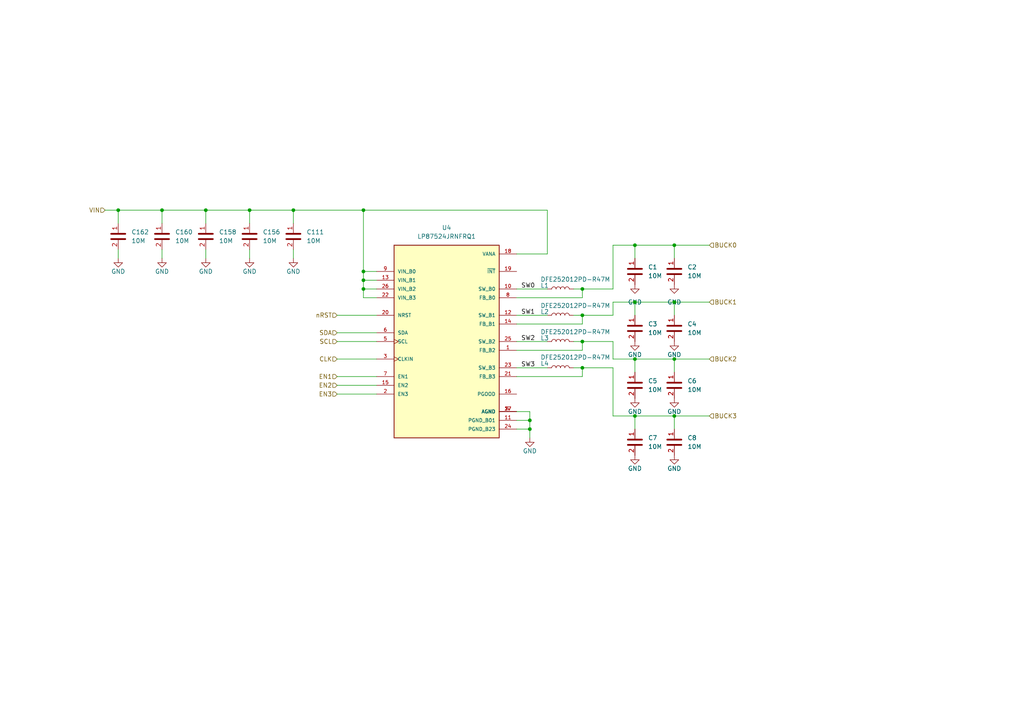
<source format=kicad_sch>
(kicad_sch (version 20250114) (generator "eeschema") (generator_version "9.0")
  (paper "A4")
  (title_block (title "TRNX SDR Carrier board") (date "2025-11-18") (rev "0.1") (company "Tronex s.r.o. / Tronex Group USA LLC"))
  (lib_symbols
    (symbol "LP87524:LP87524JRNFRQ1" (pin_names (offset 1.016))
      (property "Reference" "U" (at -15.24 29.21 0))
      (property "Value" "LP87524JRNFRQ1" (at 7.874 -29.972 0))
      (symbol "LP87524JRNFRQ1_0_0"
        (rectangle (start -15.24 -27.94) (end 15.24 27.94) (stroke (width 0.254)) (fill (type background)))
        (pin input line (at -20.32 20.32 0) (length 5.08) (name "VIN_B0") (number "9"))
        (pin input line (at -20.32 17.78 0) (length 5.08) (name "VIN_B1") (number "13"))
        (pin input line (at -20.32 15.24 0) (length 5.08) (name "VIN_B2") (number "26"))
        (pin input line (at -20.32 12.7 0) (length 5.08) (name "VIN_B3") (number "22"))
        (pin input line (at -20.32 7.62 0) (length 5.08) (name "NRST") (number "20"))
        (pin bidirectional line (at -20.32 2.54 0) (length 5.08) (name "SDA") (number "6"))
        (pin input clock (at -20.32 0 0) (length 5.08) (name "SCL") (number "5"))
        (pin input clock (at -20.32 -5.08 0) (length 5.08) (name "CLKIN") (number "3"))
        (pin input line (at -20.32 -10.16 0) (length 5.08) (name "EN1") (number "7"))
        (pin input line (at -20.32 -12.7 0) (length 5.08) (name "EN2") (number "15"))
        (pin input line (at -20.32 -15.24 0) (length 5.08) (name "EN3") (number "2"))
        (pin power_in line (at 20.32 25.4 180) (length 5.08) (name "VANA") (number "18"))
        (pin output line (at 20.32 20.32 180) (length 5.08) (name "~{INT}") (number "19"))
        (pin output line (at 20.32 15.24 180) (length 5.08) (name "SW_B0") (number "10"))
        (pin input line (at 20.32 12.7 180) (length 5.08) (name "FB_B0") (number "8"))
        (pin output line (at 20.32 7.62 180) (length 5.08) (name "SW_B1") (number "12"))
        (pin input line (at 20.32 5.08 180) (length 5.08) (name "FB_B1") (number "14"))
        (pin output line (at 20.32 0 180) (length 5.08) (name "SW_B2") (number "25"))
        (pin input line (at 20.32 -2.54 180) (length 5.08) (name "FB_B2") (number "1"))
        (pin output line (at 20.32 -7.62 180) (length 5.08) (name "SW_B3") (number "23"))
        (pin input line (at 20.32 -10.16 180) (length 5.08) (name "FB_B3") (number "21"))
        (pin output line (at 20.32 -15.24 180) (length 5.08) (name "PGOOD") (number "16"))
        (pin power_in line (at 20.32 -20.32 180) (length 5.08) (name "AGND") (number "17"))
        (pin power_in line (at 20.32 -20.32 180) (length 5.08) (name "AGND") (number "27"))
        (pin power_in line (at 20.32 -20.32 180) (length 5.08) (name "AGND") (number "4"))
        (pin power_in line (at 20.32 -22.86 180) (length 5.08) (name "PGND_B01") (number "11"))
        (pin power_in line (at 20.32 -25.4 180) (length 5.08) (name "PGND_B23") (number "24"))
      )
    )
    (symbol "PPA-Pasive:Cap" (pin_names (offset 1.016))
      (property "Reference" "C" (at -5.08 0 0))
      (property "Value" "Cap" (at 5.08 -2.54 0))
      (symbol "Cap_1_1"
        (polyline (pts (xy -2.032 0.762) (xy 2.032 0.762)) (stroke (width 0.508)))
        (polyline (pts (xy -2.032 -0.762) (xy 2.032 -0.762)) (stroke (width 0.508)))
        (pin passive line (at 0 3.81 270) (length 2.794) (name "~") (number "1"))
        (pin passive line (at 0 -3.81 90) (length 2.794) (name "~") (number "2"))
      )
    )
    (symbol "PPA-Pasive:Ind" (pin_numbers (hide yes)) (pin_names (offset 1.016) (hide yes))
      (property "Reference" "L" (at 2.54 1.27 0))
      (property "Value" "Ind" (at 3.81 -1.27 0))
      (symbol "Ind_1_1"
        (arc (start 0 2.54) (mid 0.6323 1.905) (end 0 1.27))
        (arc (start 0 1.27) (mid 0.6323 0.635) (end 0 0))
        (arc (start 0 0) (mid 0.6323 -0.635) (end 0 -1.27))
        (arc (start 0 -1.27) (mid 0.6323 -1.905) (end 0 -2.54))
        (pin passive line (at 0 3.81 270) (length 1.27) (name "1") (number "1"))
        (pin passive line (at 0 -3.81 90) (length 1.27) (name "2") (number "2"))
      )
    )
    (symbol "power:GND" (power) (pin_names (offset 0))
      (property "Value" "GND" (at 0 -3.81 0))
      (symbol "GND_0_1"
        (polyline (pts (xy 0 0) (xy 0 -1.27) (xy 1.27 -1.27) (xy 0 -2.54) (xy -1.27 -1.27) (xy 0 -1.27)))
      )
      (symbol "GND_1_1"
        (pin power_in line (at 0 0 270) (length 0) (hide yes) (name "GND") (number "1"))
      )
    )
  )
  (junction (at 105.41 83.82))
  (junction (at 184.15 120.65))
  (junction (at 34.29 60.96))
  (junction (at 168.91 83.82))
  (junction (at 195.58 104.14))
  (junction (at 105.41 60.96))
  (junction (at 184.15 71.12))
  (junction (at 46.99 60.96))
  (junction (at 195.58 120.65))
  (junction (at 195.58 87.63))
  (junction (at 168.91 99.06))
  (junction (at 105.41 78.74))
  (junction (at 168.91 106.68))
  (junction (at 195.58 71.12))
  (junction (at 105.41 81.28))
  (junction (at 85.09 60.96))
  (junction (at 184.15 104.14))
  (junction (at 153.67 121.92))
  (junction (at 59.69 60.96))
  (junction (at 168.91 91.44))
  (junction (at 153.67 124.46))
  (junction (at 184.15 87.63))
  (junction (at 72.39 60.96))
  (wire (pts (xy 195.58 87.63) (xy 195.58 91.44)))
  (wire (pts (xy 184.15 104.14) (xy 195.58 104.14)))
  (wire (pts (xy 177.8 87.63) (xy 184.15 87.63)))
  (wire (pts (xy 105.41 60.96) (xy 105.41 78.74)))
  (wire (pts (xy 46.99 60.96) (xy 46.99 64.77)))
  (wire (pts (xy 177.8 99.06) (xy 177.8 104.14)))
  (wire (pts (xy 168.91 91.44) (xy 177.8 91.44)))
  (wire (pts (xy 195.58 71.12) (xy 195.58 74.93)))
  (wire (pts (xy 168.91 99.06) (xy 177.8 99.06)))
  (wire (pts (xy 34.29 60.96) (xy 34.29 64.77)))
  (wire (pts (xy 184.15 120.65) (xy 195.58 120.65)))
  (wire (pts (xy 46.99 60.96) (xy 59.69 60.96)))
  (wire (pts (xy 195.58 71.12) (xy 205.74 71.12)))
  (wire (pts (xy 153.67 124.46) (xy 153.67 121.92)))
  (wire (pts (xy 97.79 111.76) (xy 109.22 111.76)))
  (wire (pts (xy 168.91 86.36) (xy 149.86 86.36)))
  (wire (pts (xy 97.79 114.3) (xy 109.22 114.3)))
  (wire (pts (xy 34.29 72.39) (xy 34.29 74.93)))
  (wire (pts (xy 168.91 83.82) (xy 168.91 86.36)))
  (wire (pts (xy 85.09 60.96) (xy 85.09 64.77)))
  (wire (pts (xy 166.37 83.82) (xy 168.91 83.82)))
  (wire (pts (xy 195.58 87.63) (xy 205.74 87.63)))
  (wire (pts (xy 177.8 83.82) (xy 177.8 71.12)))
  (wire (pts (xy 105.41 83.82) (xy 105.41 86.36)))
  (wire (pts (xy 149.86 91.44) (xy 158.75 91.44)))
  (wire (pts (xy 153.67 127) (xy 153.67 124.46)))
  (wire (pts (xy 168.91 91.44) (xy 168.91 93.98)))
  (wire (pts (xy 149.86 109.22) (xy 168.91 109.22)))
  (wire (pts (xy 59.69 60.96) (xy 59.69 64.77)))
  (wire (pts (xy 195.58 104.14) (xy 205.74 104.14)))
  (wire (pts (xy 34.29 60.96) (xy 46.99 60.96)))
  (wire (pts (xy 177.8 71.12) (xy 184.15 71.12)))
  (wire (pts (xy 168.91 106.68) (xy 177.8 106.68)))
  (wire (pts (xy 59.69 72.39) (xy 59.69 74.93)))
  (wire (pts (xy 97.79 104.14) (xy 109.22 104.14)))
  (wire (pts (xy 105.41 78.74) (xy 105.41 81.28)))
  (wire (pts (xy 97.79 96.52) (xy 109.22 96.52)))
  (wire (pts (xy 149.86 73.66) (xy 158.75 73.66)))
  (wire (pts (xy 149.86 106.68) (xy 158.75 106.68)))
  (wire (pts (xy 72.39 72.39) (xy 72.39 74.93)))
  (wire (pts (xy 177.8 106.68) (xy 177.8 120.65)))
  (wire (pts (xy 195.58 104.14) (xy 195.58 107.95)))
  (wire (pts (xy 105.41 86.36) (xy 109.22 86.36)))
  (wire (pts (xy 46.99 72.39) (xy 46.99 74.93)))
  (wire (pts (xy 177.8 91.44) (xy 177.8 87.63)))
  (wire (pts (xy 166.37 99.06) (xy 168.91 99.06)))
  (wire (pts (xy 105.41 83.82) (xy 109.22 83.82)))
  (wire (pts (xy 97.79 99.06) (xy 109.22 99.06)))
  (wire (pts (xy 166.37 91.44) (xy 168.91 91.44)))
  (wire (pts (xy 149.86 83.82) (xy 158.75 83.82)))
  (wire (pts (xy 85.09 72.39) (xy 85.09 74.93)))
  (wire (pts (xy 105.41 81.28) (xy 109.22 81.28)))
  (wire (pts (xy 59.69 60.96) (xy 72.39 60.96)))
  (wire (pts (xy 184.15 87.63) (xy 184.15 91.44)))
  (wire (pts (xy 153.67 121.92) (xy 153.67 119.38)))
  (wire (pts (xy 177.8 120.65) (xy 184.15 120.65)))
  (wire (pts (xy 168.91 106.68) (xy 166.37 106.68)))
  (wire (pts (xy 97.79 109.22) (xy 109.22 109.22)))
  (wire (pts (xy 158.75 73.66) (xy 158.75 60.96)))
  (wire (pts (xy 168.91 83.82) (xy 177.8 83.82)))
  (wire (pts (xy 168.91 99.06) (xy 168.91 101.6)))
  (wire (pts (xy 184.15 120.65) (xy 184.15 124.46)))
  (wire (pts (xy 72.39 60.96) (xy 72.39 64.77)))
  (wire (pts (xy 149.86 99.06) (xy 158.75 99.06)))
  (wire (pts (xy 177.8 104.14) (xy 184.15 104.14)))
  (wire (pts (xy 149.86 121.92) (xy 153.67 121.92)))
  (wire (pts (xy 85.09 60.96) (xy 105.41 60.96)))
  (wire (pts (xy 105.41 81.28) (xy 105.41 83.82)))
  (wire (pts (xy 153.67 119.38) (xy 149.86 119.38)))
  (wire (pts (xy 195.58 120.65) (xy 195.58 124.46)))
  (wire (pts (xy 168.91 101.6) (xy 149.86 101.6)))
  (wire (pts (xy 149.86 124.46) (xy 153.67 124.46)))
  (wire (pts (xy 195.58 120.65) (xy 205.74 120.65)))
  (wire (pts (xy 30.48 60.96) (xy 34.29 60.96)))
  (wire (pts (xy 168.91 109.22) (xy 168.91 106.68)))
  (wire (pts (xy 72.39 60.96) (xy 85.09 60.96)))
  (wire (pts (xy 184.15 71.12) (xy 195.58 71.12)))
  (wire (pts (xy 97.79 91.44) (xy 109.22 91.44)))
  (wire (pts (xy 158.75 60.96) (xy 105.41 60.96)))
  (wire (pts (xy 105.41 78.74) (xy 109.22 78.74)))
  (wire (pts (xy 184.15 87.63) (xy 195.58 87.63)))
  (wire (pts (xy 184.15 71.12) (xy 184.15 74.93)))
  (wire (pts (xy 168.91 93.98) (xy 149.86 93.98)))
  (wire (pts (xy 184.15 104.14) (xy 184.15 107.95)))
  (label "SW0" (at 151.13 83.82 0))
  (label "SW2" (at 151.13 99.06 0))
  (label "SW1" (at 151.13 91.44 0))
  (label "SW3" (at 151.13 106.68 0))
  (hierarchical_label "SCL" (shape input) (at 97.79 99.06 180))
  (hierarchical_label "EN2" (shape input) (at 97.79 111.76 180))
  (hierarchical_label "nRST" (shape input) (at 97.79 91.44 180))
  (hierarchical_label "BUCK2" (shape input) (at 205.74 104.14 0))
  (hierarchical_label "EN3" (shape input) (at 97.79 114.3 180))
  (hierarchical_label "VIN" (shape input) (at 30.48 60.96 180))
  (hierarchical_label "BUCK0" (shape input) (at 205.74 71.12 0))
  (hierarchical_label "BUCK3" (shape input) (at 205.74 120.65 0))
  (hierarchical_label "BUCK1" (shape input) (at 205.74 87.63 0))
  (hierarchical_label "CLK" (shape input) (at 97.79 104.14 180))
  (hierarchical_label "EN1" (shape input) (at 97.79 109.22 180))
  (hierarchical_label "SDA" (shape input) (at 97.79 96.52 180))
  (symbol (lib_id "PPA-Pasive:Cap") (at 46.99 68.58 0) (unit 1)
    (property "Reference" "C160" (at 50.8 67.3099 0) (effects (justify left)))
    (property "Value" "10M" (at 50.8 69.8499 0) (effects (justify left)))
    (property "Footprint" "Capacitor_SMD:C_0603_1608Metric" (effects (hide yes)))
    (property "Description" "capacitor" (effects (hide yes)))
    (property "Voltage" "100V" (effects (hide yes)))
    (property "Material" "X7R" (effects (hide yes)))
    (property "JLCPCB Part #" "C96446" (effects (hide yes)))
    (instances (project "TRX055.01.01.PB.00.00" (path "" (reference "C160") (unit 1)) (path "" (reference "C161") (unit 1))))
  )
  (symbol (lib_id "PPA-Pasive:Cap") (at 34.29 68.58 0) (unit 1)
    (property "Reference" "C162" (at 38.1 67.3099 0) (effects (justify left)))
    (property "Value" "10M" (at 38.1 69.8499 0) (effects (justify left)))
    (property "Footprint" "Capacitor_SMD:C_0603_1608Metric" (effects (hide yes)))
    (property "Description" "capacitor" (effects (hide yes)))
    (property "Voltage" "100V" (effects (hide yes)))
    (property "Material" "X7R" (effects (hide yes)))
    (property "JLCPCB Part #" "C96446" (effects (hide yes)))
    (instances (project "TRX055.01.01.PB.00.00" (path "" (reference "C162") (unit 1)) (path "" (reference "C163") (unit 1))))
  )
  (symbol (lib_id "PPA-Pasive:Cap") (at 85.09 68.58 0) (unit 1)
    (property "Reference" "C111" (at 88.9 67.3099 0) (effects (justify left)))
    (property "Value" "10M" (at 88.9 69.8499 0) (effects (justify left)))
    (property "Footprint" "Capacitor_SMD:C_0603_1608Metric" (effects (hide yes)))
    (property "Description" "capacitor" (effects (hide yes)))
    (property "Voltage" "100V" (effects (hide yes)))
    (property "Material" "X7R" (effects (hide yes)))
    (property "JLCPCB Part #" "C96446" (effects (hide yes)))
    (instances (project "TRX055.01.01.PB.00.00" (path "" (reference "C111") (unit 1)) (path "" (reference "C155") (unit 1))))
  )
  (symbol (lib_id "PPA-Pasive:Cap") (at 195.58 78.74 0) (unit 1)
    (property "Reference" "C2" (at 199.39 77.4699 0) (effects (justify left)))
    (property "Value" "10M" (at 199.39 80.0099 0) (effects (justify left)))
    (property "Footprint" "Capacitor_SMD:C_0603_1608Metric" (effects (hide yes)))
    (property "Description" "capacitor" (effects (hide yes)))
    (property "Voltage" "100V" (effects (hide yes)))
    (property "Material" "X7R" (effects (hide yes)))
    (property "JLCPCB Part #" "C96446" (effects (hide yes)))
    (instances (project "TRX055.01.01.PB.00.00" (path "" (reference "C2") (unit 1)) (path "" (reference "C21") (unit 1))))
  )
  (symbol (lib_id "power:GND") (at 59.69 74.93 0) (unit 1)
    (property "Reference" "#PWR0129" (effects (hide yes)))
    (property "Value" "GND" (at 59.69 78.74 0))
    (property "Description" "Power symbol creates a global label with name \"GND\" , ground" (effects (hide yes)))
    (instances (project "TRX055.01.01.PB.00.00" (path "" (reference "#PWR0129") (unit 1)) (path "" (reference "#PWR0131") (unit 1))))
  )
  (symbol (lib_id "power:GND") (at 184.15 99.06 0) (unit 1)
    (property "Reference" "#PWR026" (effects (hide yes)))
    (property "Value" "GND" (at 184.15 102.87 0))
    (property "Description" "Power symbol creates a global label with name \"GND\" , ground" (effects (hide yes)))
    (instances (project "TRX055.01.01.PB.00.00" (path "" (reference "#PWR026") (unit 1)) (path "" (reference "#PWR027") (unit 1))))
  )
  (symbol (lib_id "PPA-Pasive:Cap") (at 184.15 111.76 0) (unit 1)
    (property "Reference" "C5" (at 187.96 110.4899 0) (effects (justify left)))
    (property "Value" "10M" (at 187.96 113.0299 0) (effects (justify left)))
    (property "Footprint" "Capacitor_SMD:C_0603_1608Metric" (effects (hide yes)))
    (property "Description" "capacitor" (effects (hide yes)))
    (property "Voltage" "100V" (effects (hide yes)))
    (property "Material" "X7R" (effects (hide yes)))
    (property "JLCPCB Part #" "C96446" (effects (hide yes)))
    (instances (project "TRX055.01.01.PB.00.00" (path "" (reference "C5") (unit 1)) (path "" (reference "C19") (unit 1))))
  )
  (symbol (lib_id "power:GND") (at 153.67 127 0) (unit 1)
    (property "Reference" "#PWR036" (effects (hide yes)))
    (property "Value" "GND" (at 153.67 130.81 0))
    (property "Description" "Power symbol creates a global label with name \"GND\" , ground" (effects (hide yes)))
    (instances (project "TRX055.01.01.PB.00.00" (path "" (reference "#PWR036") (unit 1)) (path "" (reference "#PWR037") (unit 1))))
  )
  (symbol (lib_id "power:GND") (at 184.15 82.55 0) (unit 1)
    (property "Reference" "#PWR018" (effects (hide yes)))
    (property "Value" "GND" (at 184.15 87.63 0))
    (property "Description" "Power symbol creates a global label with name \"GND\" , ground" (effects (hide yes)))
    (instances (project "TRX055.01.01.PB.00.00" (path "" (reference "#PWR018") (unit 1)) (path "" (reference "#PWR019") (unit 1))))
  )
  (symbol (lib_id "power:GND") (at 85.09 74.93 0) (unit 1)
    (property "Reference" "#PWR0219" (effects (hide yes)))
    (property "Value" "GND" (at 85.09 78.74 0))
    (property "Description" "Power symbol creates a global label with name \"GND\" , ground" (effects (hide yes)))
    (instances (project "TRX055.01.01.PB.00.00" (path "" (reference "#PWR0219") (unit 1)) (path "" (reference "#PWR0220") (unit 1))))
  )
  (symbol (lib_id "power:GND") (at 195.58 99.06 0) (unit 1)
    (property "Reference" "#PWR028" (effects (hide yes)))
    (property "Value" "GND" (at 195.58 102.87 0))
    (property "Description" "Power symbol creates a global label with name \"GND\" , ground" (effects (hide yes)))
    (instances (project "TRX055.01.01.PB.00.00" (path "" (reference "#PWR028") (unit 1)) (path "" (reference "#PWR029") (unit 1))))
  )
  (symbol (lib_id "LP87524:LP87524JRNFRQ1") (at 129.54 99.06 0) (unit 1)
    (property "Reference" "U4" (at 129.54 66.04 0))
    (property "Value" "LP87524JRNFRQ1" (at 129.54 68.58 0))
    (property "Footprint" "ppa-active:VREG_LP87524JRNFRQ1" (effects (hide yes)))
    (property "MF" "Texas Instruments" (effects (hide yes)))
    (property "MAXIMUM_PACKAGE_HEIGHT" "0.9 mm" (effects (hide yes)))
    (property "Package" "VQFN-HR-26 Texas Instruments" (effects (hide yes)))
    (property "Price" "None" (effects (hide yes)))
    (property "Check_prices" "https://www.snapeda.com/parts/LP87524JRNFRQ1/Texas+Instruments/view-part/?ref=eda" (effects (hide yes)))
    (property "STANDARD" "Manufacturer Recommendations" (effects (hide yes)))
    (property "PARTREV" "B" (effects (hide yes)))
    (property "SnapEDA_Link" "https://www.snapeda.com/parts/LP87524JRNFRQ1/Texas+Instruments/view-part/?ref=snap" (effects (hide yes)))
    (property "MP" "LP87524JRNFRQ1" (effects (hide yes)))
    (property "Description_1" "Multiphase 4MHz, 4A/1.0V + 2.5A/1.8V + 1.5A/3.3V + 1.5A/1.2V buck converters for AWR and IWR MMICs" (effects (hide yes)))
    (property "Availability" "In Stock" (effects (hide yes)))
    (property "MANUFACTURER" "Texas Instruments" (effects (hide yes)))
    (property "JLCPCB Part #" "C701982" (effects (hide yes)))
    (instances (project "TRX055.01.01.PB.00.00" (path "" (reference "U4") (unit 1)) (path "" (reference "U6") (unit 1))))
  )
  (symbol (lib_id "power:GND") (at 184.15 132.08 0) (unit 1)
    (property "Reference" "#PWR032" (effects (hide yes)))
    (property "Value" "GND" (at 184.15 135.89 0))
    (property "Description" "Power symbol creates a global label with name \"GND\" , ground" (effects (hide yes)))
    (instances (project "TRX055.01.01.PB.00.00" (path "" (reference "#PWR032") (unit 1)) (path "" (reference "#PWR033") (unit 1))))
  )
  (symbol (lib_id "power:GND") (at 195.58 132.08 0) (unit 1)
    (property "Reference" "#PWR034" (effects (hide yes)))
    (property "Value" "GND" (at 195.58 135.89 0))
    (property "Description" "Power symbol creates a global label with name \"GND\" , ground" (effects (hide yes)))
    (instances (project "TRX055.01.01.PB.00.00" (path "" (reference "#PWR034") (unit 1)) (path "" (reference "#PWR035") (unit 1))))
  )
  (symbol (lib_id "PPA-Pasive:Ind") (at 162.56 106.68 90) (unit 1)
    (property "Reference" "L4" (at 157.988 105.41 90))
    (property "Value" "DFE252012PD-R47M" (at 166.878 103.632 90))
    (property "Footprint" "Inductor_SMD:L_1008_2520Metric" (effects (hide yes)))
    (property "SFR" "10Mhz" (effects (hide yes)))
    (property "Ipeak" "3A" (effects (hide yes)))
    (property "Icont" "1A" (effects (hide yes)))
    (property "JLCPCB Part #" "C1333867" (effects (hide yes)))
    (instances (project "TRX055.01.01.PB.00.00" (path "" (reference "L4") (unit 1)) (path "" (reference "L8") (unit 1))))
  )
  (symbol (lib_id "PPA-Pasive:Ind") (at 162.56 83.82 90) (unit 1)
    (property "Reference" "L1" (at 157.988 82.804 90))
    (property "Value" "DFE252012PD-R47M" (at 166.878 81.026 90))
    (property "Footprint" "Inductor_SMD:L_1008_2520Metric" (effects (hide yes)))
    (property "SFR" "10Mhz" (effects (hide yes)))
    (property "Ipeak" "3A" (effects (hide yes)))
    (property "Icont" "1A" (effects (hide yes)))
    (property "JLCPCB Part #" "C1333867" (effects (hide yes)))
    (instances (project "TRX055.01.01.PB.00.00" (path "" (reference "L1") (unit 1)) (path "" (reference "L5") (unit 1))))
  )
  (symbol (lib_id "power:GND") (at 195.58 82.55 0) (unit 1)
    (property "Reference" "#PWR020" (effects (hide yes)))
    (property "Value" "GND" (at 195.58 87.63 0))
    (property "Description" "Power symbol creates a global label with name \"GND\" , ground" (effects (hide yes)))
    (instances (project "TRX055.01.01.PB.00.00" (path "" (reference "#PWR020") (unit 1)) (path "" (reference "#PWR021") (unit 1))))
  )
  (symbol (lib_id "PPA-Pasive:Cap") (at 184.15 128.27 0) (unit 1)
    (property "Reference" "C7" (at 187.96 126.9999 0) (effects (justify left)))
    (property "Value" "10M" (at 187.96 129.5399 0) (effects (justify left)))
    (property "Footprint" "Capacitor_SMD:C_0603_1608Metric" (effects (hide yes)))
    (property "Description" "capacitor" (effects (hide yes)))
    (property "Voltage" "100V" (effects (hide yes)))
    (property "Material" "X7R" (effects (hide yes)))
    (property "JLCPCB Part #" "C96446" (effects (hide yes)))
    (instances (project "TRX055.01.01.PB.00.00" (path "" (reference "C7") (unit 1)) (path "" (reference "C20") (unit 1))))
  )
  (symbol (lib_id "PPA-Pasive:Cap") (at 184.15 78.74 0) (unit 1)
    (property "Reference" "C1" (at 187.96 77.4699 0) (effects (justify left)))
    (property "Value" "10M" (at 187.96 80.0099 0) (effects (justify left)))
    (property "Footprint" "Capacitor_SMD:C_0603_1608Metric" (effects (hide yes)))
    (property "Description" "capacitor" (effects (hide yes)))
    (property "Voltage" "100V" (effects (hide yes)))
    (property "Material" "X7R" (effects (hide yes)))
    (property "JLCPCB Part #" "C96446" (effects (hide yes)))
    (instances (project "TRX055.01.01.PB.00.00" (path "" (reference "C1") (unit 1)) (path "" (reference "C17") (unit 1))))
  )
  (symbol (lib_id "PPA-Pasive:Cap") (at 195.58 111.76 0) (unit 1)
    (property "Reference" "C6" (at 199.39 110.4899 0) (effects (justify left)))
    (property "Value" "10M" (at 199.39 113.0299 0) (effects (justify left)))
    (property "Footprint" "Capacitor_SMD:C_0603_1608Metric" (effects (hide yes)))
    (property "Description" "capacitor" (effects (hide yes)))
    (property "Voltage" "100V" (effects (hide yes)))
    (property "Material" "X7R" (effects (hide yes)))
    (property "JLCPCB Part #" "C96446" (effects (hide yes)))
    (instances (project "TRX055.01.01.PB.00.00" (path "" (reference "C6") (unit 1)) (path "" (reference "C23") (unit 1))))
  )
  (symbol (lib_id "power:GND") (at 46.99 74.93 0) (unit 1)
    (property "Reference" "#PWR025" (effects (hide yes)))
    (property "Value" "GND" (at 46.99 78.74 0))
    (property "Description" "Power symbol creates a global label with name \"GND\" , ground" (effects (hide yes)))
    (instances (project "TRX055.01.01.PB.00.00" (path "" (reference "#PWR025") (unit 1)) (path "" (reference "#PWR0127") (unit 1))))
  )
  (symbol (lib_id "PPA-Pasive:Ind") (at 162.56 99.06 90) (unit 1)
    (property "Reference" "L3" (at 157.988 98.044 90))
    (property "Value" "DFE252012PD-R47M" (at 166.878 96.266 90))
    (property "Footprint" "Inductor_SMD:L_1008_2520Metric" (effects (hide yes)))
    (property "SFR" "10Mhz" (effects (hide yes)))
    (property "Ipeak" "3A" (effects (hide yes)))
    (property "Icont" "1A" (effects (hide yes)))
    (property "JLCPCB Part #" "C1333867" (effects (hide yes)))
    (instances (project "TRX055.01.01.PB.00.00" (path "" (reference "L3") (unit 1)) (path "" (reference "L7") (unit 1))))
  )
  (symbol (lib_id "power:GND") (at 184.15 115.57 0) (unit 1)
    (property "Reference" "#PWR0222" (effects (hide yes)))
    (property "Value" "GND" (at 184.15 119.38 0))
    (property "Description" "Power symbol creates a global label with name \"GND\" , ground" (effects (hide yes)))
    (instances (project "TRX055.01.01.PB.00.00" (path "" (reference "#PWR0222") (unit 1)) (path "" (reference "#PWR0223") (unit 1))))
  )
  (symbol (lib_id "power:GND") (at 72.39 74.93 0) (unit 1)
    (property "Reference" "#PWR0133" (effects (hide yes)))
    (property "Value" "GND" (at 72.39 78.74 0))
    (property "Description" "Power symbol creates a global label with name \"GND\" , ground" (effects (hide yes)))
    (instances (project "TRX055.01.01.PB.00.00" (path "" (reference "#PWR0133") (unit 1)) (path "" (reference "#PWR0134") (unit 1))))
  )
  (symbol (lib_id "PPA-Pasive:Cap") (at 184.15 95.25 0) (unit 1)
    (property "Reference" "C3" (at 187.96 93.9799 0) (effects (justify left)))
    (property "Value" "10M" (at 187.96 96.5199 0) (effects (justify left)))
    (property "Footprint" "Capacitor_SMD:C_0603_1608Metric" (effects (hide yes)))
    (property "Description" "capacitor" (effects (hide yes)))
    (property "Voltage" "100V" (effects (hide yes)))
    (property "Material" "X7R" (effects (hide yes)))
    (property "JLCPCB Part #" "C96446" (effects (hide yes)))
    (instances (project "TRX055.01.01.PB.00.00" (path "" (reference "C3") (unit 1)) (path "" (reference "C18") (unit 1))))
  )
  (symbol (lib_id "PPA-Pasive:Cap") (at 59.69 68.58 0) (unit 1)
    (property "Reference" "C158" (at 63.5 67.3099 0) (effects (justify left)))
    (property "Value" "10M" (at 63.5 69.8499 0) (effects (justify left)))
    (property "Footprint" "Capacitor_SMD:C_0603_1608Metric" (effects (hide yes)))
    (property "Description" "capacitor" (effects (hide yes)))
    (property "Voltage" "100V" (effects (hide yes)))
    (property "Material" "X7R" (effects (hide yes)))
    (property "JLCPCB Part #" "C96446" (effects (hide yes)))
    (instances (project "TRX055.01.01.PB.00.00" (path "" (reference "C158") (unit 1)) (path "" (reference "C159") (unit 1))))
  )
  (symbol (lib_id "PPA-Pasive:Cap") (at 195.58 128.27 0) (unit 1)
    (property "Reference" "C8" (at 199.39 126.9999 0) (effects (justify left)))
    (property "Value" "10M" (at 199.39 129.5399 0) (effects (justify left)))
    (property "Footprint" "Capacitor_SMD:C_0603_1608Metric" (effects (hide yes)))
    (property "Description" "capacitor" (effects (hide yes)))
    (property "Voltage" "100V" (effects (hide yes)))
    (property "Material" "X7R" (effects (hide yes)))
    (property "JLCPCB Part #" "C96446" (effects (hide yes)))
    (instances (project "TRX055.01.01.PB.00.00" (path "" (reference "C8") (unit 1)) (path "" (reference "C24") (unit 1))))
  )
  (symbol (lib_id "power:GND") (at 34.29 74.93 0) (unit 1)
    (property "Reference" "#PWR024" (effects (hide yes)))
    (property "Value" "GND" (at 34.29 78.74 0))
    (property "Description" "Power symbol creates a global label with name \"GND\" , ground" (effects (hide yes)))
    (instances (project "TRX055.01.01.PB.00.00" (path "" (reference "#PWR024") (unit 1)) (path "" (reference "#PWR0221") (unit 1))))
  )
  (symbol (lib_id "PPA-Pasive:Ind") (at 162.56 91.44 90) (unit 1)
    (property "Reference" "L2" (at 157.988 90.424 90))
    (property "Value" "DFE252012PD-R47M" (at 166.878 88.646 90))
    (property "Footprint" "Inductor_SMD:L_1008_2520Metric" (effects (hide yes)))
    (property "SFR" "10Mhz" (effects (hide yes)))
    (property "Ipeak" "3A" (effects (hide yes)))
    (property "Icont" "1A" (effects (hide yes)))
    (property "JLCPCB Part #" "C1333867" (effects (hide yes)))
    (instances (project "TRX055.01.01.PB.00.00" (path "" (reference "L2") (unit 1)) (path "" (reference "L6") (unit 1))))
  )
  (symbol (lib_id "power:GND") (at 195.58 115.57 0) (unit 1)
    (property "Reference" "#PWR0224" (effects (hide yes)))
    (property "Value" "GND" (at 195.58 119.38 0))
    (property "Description" "Power symbol creates a global label with name \"GND\" , ground" (effects (hide yes)))
    (instances (project "TRX055.01.01.PB.00.00" (path "" (reference "#PWR0224") (unit 1)) (path "" (reference "#PWR0225") (unit 1))))
  )
  (symbol (lib_id "PPA-Pasive:Cap") (at 72.39 68.58 0) (unit 1)
    (property "Reference" "C156" (at 76.2 67.3099 0) (effects (justify left)))
    (property "Value" "10M" (at 76.2 69.8499 0) (effects (justify left)))
    (property "Footprint" "Capacitor_SMD:C_0603_1608Metric" (effects (hide yes)))
    (property "Description" "capacitor" (effects (hide yes)))
    (property "Voltage" "100V" (effects (hide yes)))
    (property "Material" "X7R" (effects (hide yes)))
    (property "JLCPCB Part #" "C96446" (effects (hide yes)))
    (instances (project "TRX055.01.01.PB.00.00" (path "" (reference "C156") (unit 1)) (path "" (reference "C157") (unit 1))))
  )
  (symbol (lib_id "PPA-Pasive:Cap") (at 195.58 95.25 0) (unit 1)
    (property "Reference" "C4" (at 199.39 93.9799 0) (effects (justify left)))
    (property "Value" "10M" (at 199.39 96.5199 0) (effects (justify left)))
    (property "Footprint" "Capacitor_SMD:C_0603_1608Metric" (effects (hide yes)))
    (property "Description" "capacitor" (effects (hide yes)))
    (property "Voltage" "100V" (effects (hide yes)))
    (property "Material" "X7R" (effects (hide yes)))
    (property "JLCPCB Part #" "C96446" (effects (hide yes)))
    (instances (project "TRX055.01.01.PB.00.00" (path "" (reference "C4") (unit 1)) (path "" (reference "C22") (unit 1))))
  )
)
</source>
